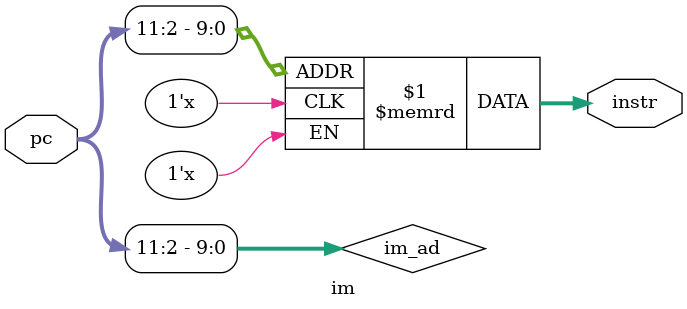
<source format=v>
`timescale 1ns / 1ps


module im(
    input wire[31:0]        pc,

    output wire[31:0]       instr
    );

    // 设定 im 中可存至多 1024 条指令
    reg[31:0]               im[1023:0];

    wire[9:0] im_ad;
    assign im_ad = pc[11:2];

    // 根据地址将 im 中指令取出
    assign instr = im[im_ad];

endmodule

</source>
